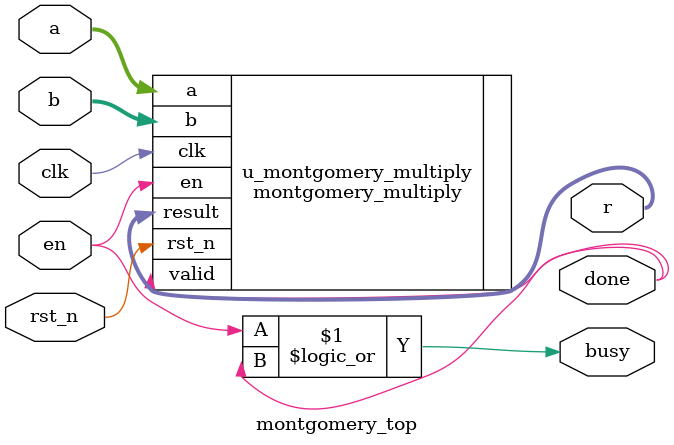
<source format=v>
module montgomery_top#(
    parameter [11:0]    N = 3329        ,
    parameter [12:0]    R = 12          ,
    parameter [12:0]    N_prime = 3327  ,
    parameter [12:0]    R_sq_modN = 2385
)
(
    input           clk     ,
    input           rst_n   ,
    input           en      ,
    input   [11:0]  a       ,
    input   [11:0]  b       ,
    output          busy    ,
    output          done    ,
    output  [11:0]  r       
);

montgomery_multiply #(
    .N          (N          ),
    .R          (R          ),
    .N_prime    (N_prime    ),
    .R_sq_modN  (R_sq_modN  )
)
u_montgomery_multiply
(
    .clk     (clk       ),
    .rst_n   (rst_n     ),
    .en      (en        ),
    .a       (a         ),
    .b       (b         ),
    .result  (r         ),
    .valid   (done      )
);

assign busy = en || done;

endmodule
</source>
